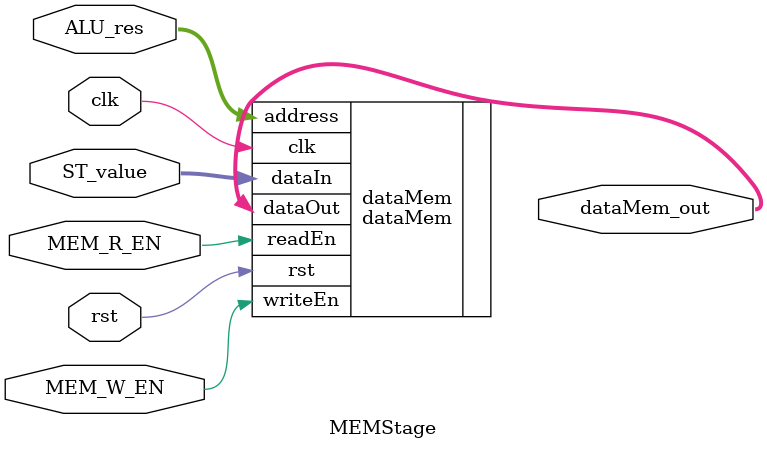
<source format=v>
`include "defines.v"

module MEMStage (clk, rst, MEM_R_EN, MEM_W_EN, ALU_res, ST_value, dataMem_out);
  input clk, rst, MEM_R_EN, MEM_W_EN;
  input [32-1:0] ALU_res, ST_value;
  output [32-1:0]  dataMem_out;

  dataMem dataMem (
    .clk(clk),
    .rst(rst),
    .writeEn(MEM_W_EN),
    .readEn(MEM_R_EN),
    .address(ALU_res),
    .dataIn(ST_value),
    .dataOut(dataMem_out)
  );
endmodule // MEMStage

</source>
